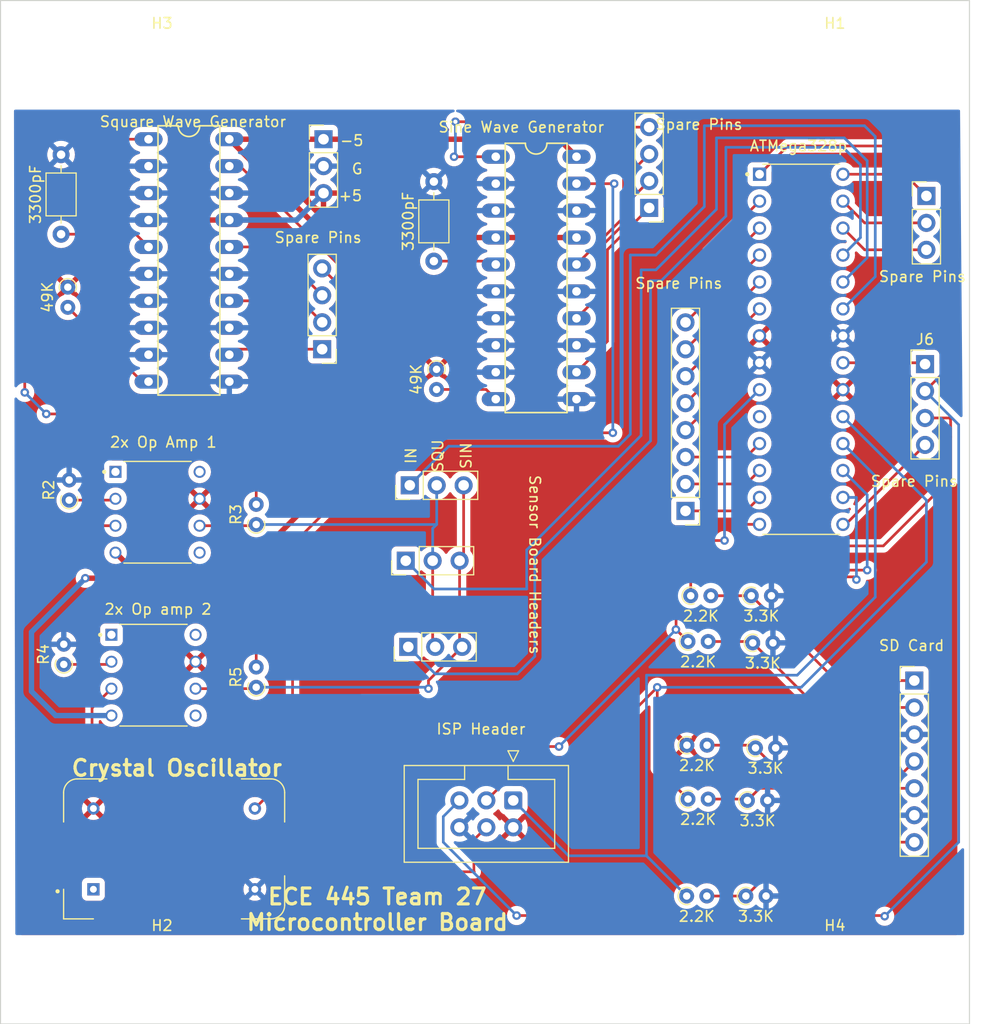
<source format=kicad_pcb>
(kicad_pcb (version 20211014) (generator pcbnew)
  (layers (0 "F.Cu" signal) (31 "B.Cu" signal) (34 "B.Paste" user) (35 "F.Paste" user) (36 "B.SilkS" user "B.Silkscreen") (37 "F.SilkS" user "F.Silkscreen") (38 "B.Mask" user) (39 "F.Mask" user) (44 "Edge.Cuts" user))
  (net 0 "")
  (net 1 "GND")
  (net 2 "Net-(C1-Pad2)")
  (net 3 "Net-(C2-Pad2)")
  (net 4 "Net-(IC1-Pad1)")
  (net 5 "Net-(IC1-Pad10)")
  (net 6 "Net-(IC1-Pad12)")
  (net 7 "Net-(IC1-Pad14)")
  (net 8 "Net-(IC1-Pad16)")
  (net 9 "+5V")
  (net 10 "Net-(IC1-Pad19)")
  (net 11 "-5V")
  (net 12 "Net-(IC2-Pad1)")
  (net 13 "Net-(IC2-Pad10)")
  (net 14 "Net-(IC2-Pad12)")
  (net 15 "Net-(IC2-Pad14)")
  (net 16 "Net-(IC2-Pad16)")
  (net 17 "Net-(IC2-Pad19)")
  (net 18 "Net-(J1-Pad1)")
  (net 19 "Net-(J1-Pad2)")
  (net 20 "Net-(J1-Pad3)")
  (net 21 "Net-(J2-Pad1)")
  (net 22 "Net-(J3-Pad1)")
  (net 23 "Net-(J6-Pad1)")
  (net 24 "Net-(J6-Pad2)")
  (net 25 "Net-(J6-Pad3)")
  (net 26 "Net-(J6-Pad4)")
  (net 27 "Net-(J8-Pad1)")
  (net 28 "Net-(J8-Pad2)")
  (net 29 "Net-(J8-Pad4)")
  (net 30 "Net-(J8-Pad5)")
  (net 31 "Net-(J8-Pad7)")
  (net 32 "Net-(J9-Pad1)")
  (net 33 "Net-(J9-Pad2)")
  (net 34 "Net-(J9-Pad3)")
  (net 35 "Net-(J10-Pad1)")
  (net 36 "Net-(J10-Pad2)")
  (net 37 "Net-(J10-Pad3)")
  (net 38 "Net-(J10-Pad4)")
  (net 39 "Net-(J10-Pad5)")
  (net 40 "Net-(J10-Pad6)")
  (net 41 "Net-(J10-Pad7)")
  (net 42 "Net-(J10-Pad8)")
  (net 43 "Net-(R2-Pad1)")
  (net 44 "Net-(R4-Pad1)")
  (net 45 "Net-(R7-Pad1)")
  (net 46 "Net-(R9-Pad1)")
  (net 47 "Net-(R15-Pad1)")
  (net 48 "Net-(R19-Pad1)")
  (net 54 "Net-(U3-Pad9)")
  (footprint "2.54_mm_headers:PinHeader_1x04_P2.54mm_Vertical" (layer "F.Cu") (at 128.524 44.958 180)
    (fp_text reference "J7" hide)
    (fp_text value "Conn_01x04_Male")
  )
  (footprint "Connector_IDC:IDC-Header_2x03_P2.54mm_Vertical" (layer "F.Cu") (at 115.697 100.838 -90)
    (fp_text reference "J11" hide)
    (fp_text value "AVR-ISP-6")
  )
  (footprint "Resistor_THT:R_Axial_DIN0204_L3.6mm_D1.6mm_P1.90mm_Vertical" (layer "F.Cu") (at 132.085004 95.631)
    (fp_text reference "R13" hide)
    (fp_text value "2.2K")
  )
  (footprint "Resistor_THT:R_Axial_DIN0204_L3.6mm_D1.6mm_P1.90mm_Vertical" (layer "F.Cu") (at 73.279 88.011 90)
    (fp_text reference "R4")
    (fp_text value "1K")
  )
  (footprint "2.54_mm_headers:PinHeader_1x03_P2.54mm_Vertical" (layer "F.Cu") (at 97.79 38.481)
    (fp_text reference "J5" hide)
    (fp_text value "Conn_01x03_Male")
  )
  (footprint "MAX038:DIL20" (layer "F.Cu") (at 117.856 51.562 -90)
    (fp_text reference "IC2" hide)
    (fp_text value "MAX038*")
  )
  (footprint "2.54_mm_headers:PinHeader_1x04_P2.54mm_Vertical" (layer "F.Cu") (at 154.559 59.69)
    (fp_text reference "J6")
    (fp_text value "Conn_01x04_Male")
  )
  (footprint "MountingHole:MountingHole_3.2mm_M3" (layer "F.Cu") (at 82.55 31.75)
    (fp_text reference "H3")
    (fp_text value "MountingHole")
  )
  (footprint "2.54_mm_headers:PinHeader_1x03_P2.54mm_Vertical" (layer "F.Cu") (at 105.933011 71.12 90)
    (fp_text reference "J1" hide)
    (fp_text value "Conn_01x03_Male")
  )
  (footprint "uA741:DIP794W45P254L959H508Q8" (layer "F.Cu") (at 81.746496 89.027)
    (fp_text reference "U2" hide)
    (fp_text value "UA741CP")
  )
  (footprint "2.54_mm_headers:PinHeader_1x03_P2.54mm_Vertical" (layer "F.Cu") (at 154.686 43.830011)
    (fp_text reference "J9" hide)
    (fp_text value "Conn_01x03_Male")
  )
  (footprint "2.54_mm_headers:PinHeader_1x07_P2.54mm_Vertical" (layer "F.Cu") (at 153.543 89.535)
    (fp_text reference "J8" hide)
    (fp_text value "SD Card Connector")
  )
  (footprint "Resistor_THT:R_Axial_DIN0204_L3.6mm_D1.6mm_P1.90mm_Vertical" (layer "F.Cu") (at 137.651998 109.855)
    (fp_text reference "R20" hide)
    (fp_text value "3.3K")
  )
  (footprint "MountingHole:MountingHole_3.2mm_M3" (layer "F.Cu") (at 82.55 116.84)
    (fp_text reference "H2")
    (fp_text value "MountingHole")
  )
  (footprint "Resistor_THT:R_Axial_DIN0204_L3.6mm_D1.6mm_P1.90mm_Vertical" (layer "F.Cu") (at 138.159998 81.534)
    (fp_text reference "R8" hide)
    (fp_text value "3.3K")
  )
  (footprint "Resistor_THT:R_Axial_DIN0204_L3.6mm_D1.6mm_P1.90mm_Vertical" (layer "F.Cu") (at 137.800004 100.838)
    (fp_text reference "R16" hide)
    (fp_text value "3.3K")
  )
  (footprint "ECS-100AX-073:OSC_ECS-100AX-073" (layer "F.Cu") (at 83.693 105.41)
    (fp_text reference "Y1" hide)
    (fp_text value "ECS-100AX-073")
  )
  (footprint "Capacitor_THT:C_Axial_L3.8mm_D2.6mm_P7.50mm_Horizontal" (layer "F.Cu") (at 108.204 42.477995 -90)
    (fp_text reference "C2" hide)
    (fp_text value "3300pF")
  )
  (footprint "MountingHole:MountingHole_3.2mm_M3" (layer "F.Cu") (at 146.05 31.75)
    (fp_text reference "H1")
    (fp_text value "MountingHole")
  )
  (footprint "Resistor_THT:R_Axial_DIN0204_L3.6mm_D1.6mm_P1.90mm_Vertical" (layer "F.Cu") (at 138.303 85.979)
    (fp_text reference "R10" hide)
    (fp_text value "3.3K")
  )
  (footprint "2.54_mm_headers:PinHeader_1x04_P2.54mm_Vertical" (layer "F.Cu") (at 97.663 58.282992 180)
    (fp_text reference "J4" hide)
    (fp_text value "Conn_01x04_Male")
  )
  (footprint "Resistor_THT:R_Axial_DIN0204_L3.6mm_D1.6mm_P1.90mm_Vertical" (layer "F.Cu") (at 91.44 74.819 90)
    (fp_text reference "R3")
    (fp_text value "1K")
  )
  (footprint "Resistor_THT:R_Axial_DIN0204_L3.6mm_D1.6mm_P1.90mm_Vertical" (layer "F.Cu") (at 132.444998 81.534)
    (fp_text reference "R7" hide)
    (fp_text value "2.2K")
  )
  (footprint "uA741:DIP794W45P254L959H508Q8" (layer "F.Cu") (at 82.127496 73.66)
    (fp_text reference "U1" hide)
    (fp_text value "UA741CP")
  )
  (footprint "Resistor_THT:R_Axial_DIN0204_L3.6mm_D1.6mm_P1.90mm_Vertical" (layer "F.Cu") (at 73.787 72.517 90)
    (fp_text reference "R2")
    (fp_text value "1K")
  )
  (footprint "2.54_mm_headers:PinHeader_1x03_P2.54mm_Vertical" (layer "F.Cu") (at 105.552011 78.232 90)
    (fp_text reference "J2" hide)
    (fp_text value "Conn_01x03_Male")
  )
  (footprint "Resistor_THT:R_Axial_DIN0204_L3.6mm_D1.6mm_P1.90mm_Vertical" (layer "F.Cu") (at 91.44 90.165 90)
    (fp_text reference "R5")
    (fp_text value "1K")
  )
  (footprint "2.54_mm_headers:PinHeader_1x03_P2.54mm_Vertical" (layer "F.Cu") (at 105.791 86.36 90)
    (fp_text reference "J3" hide)
    (fp_text value "Conn_01x03_Male")
  )
  (footprint "Resistor_THT:R_Axial_DIN0204_L3.6mm_D1.6mm_P1.90mm_Vertical" (layer "F.Cu") (at 132.190998 100.711)
    (fp_text reference "R15" hide)
    (fp_text value "2.2K")
  )
  (footprint "ATMega328p_THT:DIP787W46P254L3467H508Q28" (layer "F.Cu") (at 142.875 58.293)
    (fp_text reference "U3" hide)
    (fp_text value "ATMEGA328-PU")
  )
  (footprint "Resistor_THT:R_Axial_DIN0204_L3.6mm_D1.6mm_P1.90mm_Vertical" (layer "F.Cu") (at 108.458 60.181998 -90)
    (fp_text reference "R6" hide)
    (fp_text value "49K")
  )
  (footprint "Resistor_THT:R_Axial_DIN0204_L3.6mm_D1.6mm_P1.90mm_Vertical" (layer "F.Cu") (at 138.557 95.885)
    (fp_text reference "R14" hide)
    (fp_text value "3.3K")
  )
  (footprint "Capacitor_THT:C_Axial_L3.8mm_D2.6mm_P7.50mm_Horizontal" (layer "F.Cu") (at 73.025 39.937995 -90)
    (fp_text reference "C1" hide)
    (fp_text value "3300pF")
  )
  (footprint "MountingHole:MountingHole_3.2mm_M3" (layer "F.Cu") (at 146.05 116.84)
    (fp_text reference "H4")
    (fp_text value "MountingHole")
  )
  (footprint "2.54_mm_headers:PinHeader_1x08_P2.54mm_Vertical" (layer "F.Cu") (at 131.953 73.533 180)
    (fp_text reference "J10" hide)
    (fp_text value "Conn_01x08_Male")
  )
  (footprint "Resistor_THT:R_Axial_DIN0204_L3.6mm_D1.6mm_P1.90mm_Vertical" (layer "F.Cu") (at 132.190998 85.852)
    (fp_text reference "R9" hide)
    (fp_text value "2.2K")
  )
  (footprint "MAX038:DIL20" (layer "F.Cu") (at 85.09 49.911 -90)
    (fp_text reference "IC1" hide)
    (fp_text value "MAX038*")
  )
  (footprint "Resistor_THT:R_Axial_DIN0204_L3.6mm_D1.6mm_P1.90mm_Vertical" (layer "F.Cu") (at 132.063998 109.855)
    (fp_text reference "R19" hide)
    (fp_text value "2.2K")
  )
  (footprint "Resistor_THT:R_Axial_DIN0204_L3.6mm_D1.6mm_P1.90mm_Vertical" (layer "F.Cu") (at 73.66 52.434998 -90)
    (fp_text reference "R1" hide)
    (fp_text value "49K")
  )
  (gr_rect (start 67.31 25.4) (end 158.75 121.92) (layer "Edge.Cuts") (width 0.1) (fill none))
  (gr_text "ECE 445 Team 27\nMicrocontroller Board" (at 102.87 111.125) (layer "F.SilkS") (effects (font (size 1.5 1.5) (thickness 0.3))))
  (gr_text "Crystal Oscillator" (at 83.947 97.79) (layer "F.SilkS") (effects (font (size 1.5 1.5) (thickness 0.3))))
  (gr_text "2x Op Amp 1\n" (at 82.677 67.056) (layer "F.SilkS") (effects (font (size 1 1))))
  (gr_text "Sensor Board Headers" (at 117.729 78.613 270) (layer "F.SilkS") (effects (font (size 1 1))))
  (gr_text "2x Op amp 2\n" (at 82.169 82.804) (layer "F.SilkS") (effects (font (size 1 1))))
  (gr_text "SD Card " (at 153.67 86.233) (layer "F.SilkS") (effects (font (size 1 1))))
  (gr_text "Spare Pins" (at 97.282 47.752) (layer "F.SilkS") (effects (font (size 1 1))))
  (gr_text "Spare Pins" (at 154.305 51.435) (layer "F.SilkS") (effects (font (size 1 1))))
  (gr_text "Spare Pins" (at 133.223 37.084) (layer "F.SilkS") (effects (font (size 1 1))))
  (gr_text "Sine Wave Generator" (at 116.459 37.338) (layer "F.SilkS") (effects (font (size 1 1))))
  (gr_text "Spare Pins" (at 131.318 52.07) (layer "F.SilkS") (effects (font (size 1 1))))
  (gr_text "ISP Header" (at 112.649 94.107) (layer "F.SilkS") (effects (font (size 1 1))))
  (gr_text "Square Wave Generator\n" (at 85.471 36.83) (layer "F.SilkS") (effects (font (size 1 1))))
  (gr_text "ATMega328p" (at 142.621 39.116) (layer "F.SilkS") (effects (font (size 1 1))))
  (gr_text "Spare Pins" (at 153.543 70.739) (layer "F.SilkS") (effects (font (size 1 1))))
  (segment (start 80.077 47.438) (end 81.28 48.641) (width 0.254) (layer "F.Cu") (net 2))
  (segment (start 73.025 47.438) (end 80.077 47.438) (width 0.254) (layer "F.Cu") (net 2))
  (segment (start 108.204 49.978) (end 113.732 49.978) (width 0.254) (layer "F.Cu") (net 3))
  (segment (start 113.732 49.978) (end 114.046 50.292) (width 0.254) (layer "F.Cu") (net 3))
  (segment (start 97.536 64.389) (end 71.628 64.389) (width 0.254) (layer "F.Cu") (net 4))
  (segment (start 69.596 38.481) (end 81.28 38.481) (width 0.254) (layer "F.Cu") (net 4))
  (segment (start 97.663 50.663) (end 100.457 53.457) (width 0.254) (layer "F.Cu") (net 4))
  (segment (start 100.457 53.457) (end 100.457 61.468) (width 0.254) (layer "F.Cu") (net 4))
  (segment (start 100.457 61.468) (end 97.536 64.389) (width 0.254) (layer "F.Cu") (net 4))
  (segment (start 69.596 62.357) (end 69.596 38.481) (width 0.254) (layer "F.Cu") (net 4))
  (via (at 71.628 64.389) (size 0.8) (drill 0.4) (layers "F.Cu" "B.Cu") (net 4))
  (via (at 69.596 62.357) (size 0.8) (drill 0.4) (layers "F.Cu" "B.Cu") (net 4))
  (segment (start 69.596 62.357) (end 71.628 64.389) (width 0.254) (layer "B.Cu") (net 4))
  (segment (start 73.66 54.335) (end 80.666 61.341) (width 0.254) (layer "F.Cu") (net 5))
  (segment (start 80.666 61.341) (end 81.28 61.341) (width 0.254) (layer "F.Cu") (net 5))
  (segment (start 97.663 58.283) (end 89.418 58.283) (width 0.254) (layer "F.Cu") (net 6))
  (segment (start 89.418 58.283) (end 88.9 58.801) (width 0.254) (layer "F.Cu") (net 6))
  (segment (start 88.9 53.721) (end 95.641 53.721) (width 0.254) (layer "F.Cu") (net 7))
  (segment (start 95.641 53.721) (end 97.663 55.743) (width 0.254) (layer "F.Cu") (net 7))
  (segment (start 88.9 48.641) (end 93.101 48.641) (width 0.254) (layer "F.Cu") (net 8))
  (segment (start 93.101 48.641) (end 97.663 53.203) (width 0.254) (layer "F.Cu") (net 8))
  (segment (start 88.9 46.101) (end 89.027 46.228) (width 0.25) (layer "F.Cu") (net 9))
  (segment (start 97.79 43.561) (end 95.25 46.101) (width 0.508) (layer "B.Cu") (net 9))
  (segment (start 95.25 46.101) (end 88.9 46.101) (width 0.508) (layer "B.Cu") (net 9))
  (segment (start 74.93 66.675) (end 96.774 66.675) (width 0.254) (layer "F.Cu") (net 10))
  (segment (start 78.1575 74.93) (end 72.644 74.93) (width 0.254) (layer "F.Cu") (net 10))
  (segment (start 72.644 74.93) (end 70.358 72.644) (width 0.254) (layer "F.Cu") (net 10))
  (segment (start 70.358 72.644) (end 70.358 71.247) (width 0.254) (layer "F.Cu") (net 10))
  (segment (start 101.6 52.705) (end 89.916 41.021) (width 0.254) (layer "F.Cu") (net 10))
  (segment (start 70.358 71.247) (end 74.93 66.675) (width 0.254) (layer "F.Cu") (net 10))
  (segment (start 101.6 61.849) (end 101.6 52.705) (width 0.254) (layer "F.Cu") (net 10))
  (segment (start 89.916 41.021) (end 88.9 41.021) (width 0.254) (layer "F.Cu") (net 10))
  (segment (start 96.774 66.675) (end 101.6 61.849) (width 0.254) (layer "F.Cu") (net 10))
  (segment (start 79.935502 79.248) (end 90.043 79.248) (width 0.508) (layer "F.Cu") (net 11))
  (segment (start 79.935502 79.248) (end 78.157502 77.47) (width 0.508) (layer "F.Cu") (net 11))
  (segment (start 88.9 38.481) (end 97.79 38.481) (width 0.508) (layer "F.Cu") (net 11))
  (segment (start 97.79 38.481) (end 120.015 38.481) (width 0.508) (layer "F.Cu") (net 11))
  (segment (start 79.300502 79.883) (end 79.935502 79.248) (width 0.508) (layer "F.Cu") (net 11))
  (segment (start 120.015 38.481) (end 121.666 40.132) (width 0.508) (layer "F.Cu") (net 11))
  (segment (start 102.616 52.197) (end 88.9 38.481) (width 0.508) (layer "F.Cu") (net 11))
  (segment (start 90.043 79.248) (end 102.616 66.675) (width 0.508) (layer "F.Cu") (net 11))
  (segment (start 75.311 79.883) (end 79.300502 79.883) (width 0.508) (layer "F.Cu") (net 11))
  (segment (start 102.616 66.675) (end 102.616 52.197) (width 0.508) (layer "F.Cu") (net 11))
  (via (at 75.311 79.883) (size 0.8) (drill 0.4) (layers "F.Cu" "B.Cu") (net 11))
  (segment (start 77.776502 92.837) (end 72.517 92.837) (width 0.508) (layer "B.Cu") (net 11))
  (segment (start 70.231 84.963) (end 75.311 79.883) (width 0.508) (layer "B.Cu") (net 11))
  (segment (start 72.517 92.837) (end 70.231 90.551) (width 0.508) (layer "B.Cu") (net 11))
  (segment (start 70.231 90.551) (end 70.231 84.963) (width 0.508) (layer "B.Cu") (net 11))
  (segment (start 124.343 37.338) (end 128.524 37.338) (width 0.254) (layer "F.Cu") (net 12))
  (segment (start 110.109 40.132) (end 114.046 40.132) (width 0.254) (layer "F.Cu") (net 12))
  (segment (start 123.835 36.83) (end 110.236 36.83) (width 0.254) (layer "F.Cu") (net 12))
  (segment (start 123.835 36.83) (end 124.343 37.338) (width 0.254) (layer "F.Cu") (net 12))
  (via (at 110.109 40.132) (size 0.8) (drill 0.4) (layers "F.Cu" "B.Cu") (net 12))
  (via (at 110.236 36.83) (size 0.8) (drill 0.4) (layers "F.Cu" "B.Cu") (net 12))
  (segment (start 110.236 36.83) (end 110.236 40.005) (width 0.254) (layer "B.Cu") (net 12))
  (segment (start 110.236 40.005) (end 110.109 40.132) (width 0.254) (layer "B.Cu") (net 12))
  (segment (start 108.458 62.082) (end 113.136 62.082) (width 0.254) (layer "F.Cu") (net 13))
  (segment (start 113.136 62.082) (end 114.046 62.992) (width 0.254) (layer "F.Cu") (net 13))
  (segment (start 124.587 48.895) (end 128.524 44.958) (width 0.254) (layer "F.Cu") (net 14))
  (segment (start 124.587 57.531) (end 124.587 48.895) (width 0.254) (layer "F.Cu") (net 14))
  (segment (start 121.666 60.452) (end 124.587 57.531) (width 0.254) (layer "F.Cu") (net 14))
  (segment (start 123.952 53.086) (end 123.952 48.647374) (width 0.254) (layer "F.Cu") (net 15))
  (segment (start 121.666 55.372) (end 123.952 53.086) (width 0.254) (layer "F.Cu") (net 15))
  (segment (start 126.56452 44.37748) (end 128.524 42.418) (width 0.254) (layer "F.Cu") (net 15))
  (segment (start 126.56452 46.034854) (end 126.56452 44.37748) (width 0.254) (layer "F.Cu") (net 15))
  (segment (start 123.952 48.647374) (end 126.56452 46.034854) (width 0.254) (layer "F.Cu") (net 15))
  (segment (start 121.666 50.292) (end 126.111 45.847) (width 0.254) (layer "F.Cu") (net 16))
  (segment (start 121.666 50.292) (end 122.799 50.292) (width 0.254) (layer "F.Cu") (net 16))
  (segment (start 126.111 42.291) (end 128.524 39.878) (width 0.254) (layer "F.Cu") (net 16))
  (segment (start 126.111 45.847) (end 126.111 42.291) (width 0.254) (layer "F.Cu") (net 16))
  (segment (start 75.946 92.1275) (end 77.7765 90.297) (width 0.254) (layer "F.Cu") (net 17))
  (segment (start 94.869 76.708) (end 94.869 97.028) (width 0.254) (layer "F.Cu") (net 17))
  (segment (start 121.666 42.672) (end 125.222 42.672) (width 0.254) (layer "F.Cu") (net 17))
  (segment (start 105.41 66.167) (end 94.869 76.708) (width 0.254) (layer "F.Cu") (net 17))
  (segment (start 125.095 66.167) (end 105.41 66.167) (width 0.254) (layer "F.Cu") (net 17))
  (segment (start 75.946 95.631) (end 75.946 92.1275) (width 0.254) (layer "F.Cu") (net 17))
  (segment (start 94.869 97.028) (end 77.343 97.028) (width 0.254) (layer "F.Cu") (net 17))
  (segment (start 77.343 97.028) (end 75.946 95.631) (width 0.254) (layer "F.Cu") (net 17))
  (via (at 125.222 42.672) (size 0.8) (drill 0.4) (layers "F.Cu" "B.Cu") (net 17))
  (via (at 125.095 66.167) (size 0.8) (drill 0.4) (layers "F.Cu" "B.Cu") (net 17))
  (segment (start 125.095 42.799) (end 125.095 66.167) (width 0.254) (layer "B.Cu") (net 17))
  (segment (start 125.222 42.672) (end 125.095 42.799) (width 0.254) (layer "B.Cu") (net 17))
  (segment (start 149.86 38.227) (end 149.86 51.435) (width 0.254) (layer "B.Cu") (net 18))
  (segment (start 149.86 51.435) (end 146.812 54.483) (width 0.254) (layer "B.Cu") (net 18))
  (segment (start 109.601 67.437) (end 125.603 67.437) (width 0.254) (layer "B.Cu") (net 18))
  (segment (start 148.844 37.211) (end 149.86 38.227) (width 0.254) (layer "B.Cu") (net 18))
  (segment (start 126.746 49.403) (end 129.159 49.403) (width 0.254) (layer "B.Cu") (net 18))
  (segment (start 126.746 66.294) (end 126.746 49.403) (width 0.254) (layer "B.Cu") (net 18))
  (segment (start 133.731 44.831) (end 133.731 37.211) (width 0.254) (layer "B.Cu") (net 18))
  (segment (start 133.731 37.211) (end 148.844 37.211) (width 0.254) (layer "B.Cu") (net 18))
  (segment (start 105.933 71.12) (end 107.109511 69.943489) (width 0.254) (layer "B.Cu") (net 18))
  (segment (start 107.109511 69.943489) (end 107.109511 69.928489) (width 0.254) (layer "B.Cu") (net 18))
  (segment (start 107.109511 69.928489) (end 109.601 67.437) (width 0.254) (layer "B.Cu") (net 18))
  (segment (start 129.159 49.403) (end 133.731 44.831) (width 0.254) (layer "B.Cu") (net 18))
  (segment (start 125.603 67.437) (end 126.746 66.294) (width 0.254) (layer "B.Cu") (net 18))
  (segment (start 108.092 78.232) (end 108.092 86.121) (width 0.254) (layer "F.Cu") (net 19))
  (segment (start 91.329 74.93) (end 91.44 74.819) (width 0.254) (layer "F.Cu") (net 19))
  (segment (start 108.092 86.121) (end 108.331 86.36) (width 0.254) (layer "F.Cu") (net 19))
  (segment (start 86.0975 74.93) (end 91.329 74.93) (width 0.254) (layer "F.Cu") (net 19))
  (segment (start 108.473 74.803) (end 108.092 75.184) (width 0.254) (layer "B.Cu") (net 19))
  (segment (start 108.092 75.184) (end 108.092 78.232) (width 0.254) (layer "B.Cu") (net 19))
  (segment (start 108.473 74.803) (end 108.473 71.12) (width 0.254) (layer "B.Cu") (net 19))
  (segment (start 91.44 74.819) (end 108.458 74.819) (width 0.254) (layer "B.Cu") (net 19))
  (segment (start 108.092 86.121) (end 108.331 86.36) (width 0.254) (layer "B.Cu") (net 19))
  (segment (start 85.7165 90.297) (end 91.308 90.297) (width 0.254) (layer "F.Cu") (net 20))
  (segment (start 107.696 90.297) (end 107.696 89.535) (width 0.254) (layer "F.Cu") (net 20))
  (segment (start 107.696 89.535) (end 110.871 86.36) (width 0.254) (layer "F.Cu") (net 20))
  (segment (start 110.632 78.232) (end 110.632 86.121) (width 0.254) (layer "F.Cu") (net 20))
  (segment (start 111.013 77.851) (end 110.632 78.232) (width 0.254) (layer "F.Cu") (net 20))
  (segment (start 110.632 86.121) (end 110.871 86.36) (width 0.254) (layer "F.Cu") (net 20))
  (segment (start 91.308 90.297) (end 91.44 90.165) (width 0.254) (layer "F.Cu") (net 20))
  (segment (start 111.013 71.12) (end 111.013 77.851) (width 0.254) (layer "F.Cu") (net 20))
  (via (at 107.696 90.297) (size 0.8) (drill 0.4) (layers "F.Cu" "B.Cu") (net 20))
  (segment (start 91.44 90.165) (end 107.564 90.165) (width 0.254) (layer "B.Cu") (net 20))
  (segment (start 91.308 90.297) (end 91.44 90.165) (width 0.254) (layer "B.Cu") (net 20))
  (segment (start 107.564 90.165) (end 107.696 90.297) (width 0.254) (layer "B.Cu") (net 20))
  (segment (start 110.632 86.121) (end 110.871 86.36) (width 0.254) (layer "B.Cu") (net 20))
  (segment (start 116.967 80.899) (end 116.967 77.216) (width 0.254) (layer "B.Cu") (net 21))
  (segment (start 105.552 78.232) (end 108.219 80.899) (width 0.254) (layer "B.Cu") (net 21))
  (segment (start 134.874 45.085) (end 134.874 38.354) (width 0.254) (layer "B.Cu") (net 21))
  (segment (start 149.098 49.657) (end 146.812 51.943) (width 0.254) (layer "B.Cu") (net 21))
  (segment (start 134.874 38.354) (end 146.939 38.354) (width 0.254) (layer "B.Cu") (net 21))
  (segment (start 127.762 50.8) (end 129.159 50.8) (width 0.254) (layer "B.Cu") (net 21))
  (segment (start 146.939 38.354) (end 149.098 40.513) (width 0.254) (layer "B.Cu") (net 21))
  (segment (start 129.159 50.8) (end 134.874 45.085) (width 0.254) (layer "B.Cu") (net 21))
  (segment (start 108.219 80.899) (end 116.967 80.899) (width 0.254) (layer "B.Cu") (net 21))
  (segment (start 127.762 66.421) (end 127.762 50.8) (width 0.254) (layer "B.Cu") (net 21))
  (segment (start 116.967 77.216) (end 127.762 66.421) (width 0.254) (layer "B.Cu") (net 21))
  (segment (start 149.098 40.513) (end 149.098 49.657) (width 0.254) (layer "B.Cu") (net 21))
  (segment (start 148.463 40.894) (end 148.463 47.752) (width 0.254) (layer "B.Cu") (net 22))
  (segment (start 116.078 88.9) (end 117.729 87.249) (width 0.254) (layer "B.Cu") (net 22))
  (segment (start 128.651 66.929) (end 128.651 51.816) (width 0.254) (layer "B.Cu") (net 22))
  (segment (start 148.463 47.752) (end 146.812 49.403) (width 0.254) (layer "B.Cu") (net 22))
  (segment (start 105.791 86.36) (end 108.331 88.9) (width 0.254) (layer "B.Cu") (net 22))
  (segment (start 117.729 87.249) (end 117.729 77.851) (width 0.254) (layer "B.Cu") (net 22))
  (segment (start 108.331 88.9) (end 116.078 88.9) (width 0.254) (layer "B.Cu") (net 22))
  (segment (start 146.812 39.243) (end 148.463 40.894) (width 0.254) (layer "B.Cu") (net 22))
  (segment (start 128.651 51.816) (end 129.673374 51.816) (width 0.254) (layer "B.Cu") (net 22))
  (segment (start 129.673374 51.816) (end 135.763 45.726374) (width 0.254) (layer "B.Cu") (net 22))
  (segment (start 135.763 45.726374) (end 135.763 39.243) (width 0.254) (layer "B.Cu") (net 22))
  (segment (start 135.763 39.243) (end 146.812 39.243) (width 0.254) (layer "B.Cu") (net 22))
  (segment (start 117.729 77.851) (end 128.651 66.929) (width 0.254) (layer "B.Cu") (net 22))
  (segment (start 154.432 59.563) (end 154.559 59.69) (width 0.254) (layer "F.Cu") (net 23))
  (segment (start 146.812 59.563) (end 154.432 59.563) (width 0.254) (layer "F.Cu") (net 23))
  (segment (start 141.605 39.116) (end 138.938 41.783) (width 0.254) (layer "F.Cu") (net 24))
  (segment (start 150.6855 111.6965) (end 150.749 111.76) (width 0.25) (layer "F.Cu") (net 24))
  (segment (start 116.0145 111.6965) (end 150.6855 111.6965) (width 0.25) (layer "F.Cu") (net 24))
  (segment (start 154.559 62.23) (end 156.845 59.944) (width 0.254) (layer "F.Cu") (net 24))
  (segment (start 156.845 59.944) (end 156.845 41.656) (width 0.254) (layer "F.Cu") (net 24))
  (segment (start 154.305 39.116) (end 141.605 39.116) (width 0.254) (layer "F.Cu") (net 24))
  (segment (start 156.845 41.656) (end 154.305 39.116) (width 0.254) (layer "F.Cu") (net 24))
  (via (at 150.749 111.76) (size 0.8) (drill 0.4) (layers "F.Cu" "B.Cu") (net 24))
  (via (at 116.0145 111.6965) (size 0.8) (drill 0.4) (layers "F.Cu" "B.Cu") (net 24))
  (segment (start 150.749 111.76) (end 157.734 104.775) (width 0.25) (layer "B.Cu") (net 24))
  (segment (start 157.734 65.405) (end 154.559 62.23) (width 0.25) (layer "B.Cu") (net 24))
  (segment (start 109.093 102.362) (end 109.093 104.775) (width 0.25) (layer "B.Cu") (net 24))
  (segment (start 109.093 104.775) (end 116.0145 111.6965) (width 0.25) (layer "B.Cu") (net 24))
  (segment (start 116.0145 111.6965) (end 116.078 111.76) (width 0.25) (layer "B.Cu") (net 24))
  (segment (start 157.734 104.775) (end 157.734 65.405) (width 0.25) (layer "B.Cu") (net 24))
  (segment (start 110.617 100.838) (end 109.093 102.362) (width 0.25) (layer "B.Cu") (net 24))
  (segment (start 150.622 76.835) (end 137.795 76.835) (width 0.254) (layer "F.Cu") (net 25))
  (segment (start 137.541 74.803) (end 138.938 74.803) (width 0.254) (layer "F.Cu") (net 25))
  (segment (start 154.559 64.77) (end 156.845 64.77) (width 0.254) (layer "F.Cu") (net 25))
  (segment (start 137.795 76.835) (end 137.033 76.073) (width 0.254) (layer "F.Cu") (net 25))
  (segment (start 156.972 66.548) (end 156.972 70.485) (width 0.254) (layer "F.Cu") (net 25))
  (segment (start 137.033 76.073) (end 137.033 75.311) (width 0.254) (layer "F.Cu") (net 25))
  (segment (start 156.972 70.485) (end 150.622 76.835) (width 0.254) (layer "F.Cu") (net 25))
  (segment (start 156.972 64.897) (end 156.972 66.560839) (width 0.254) (layer "F.Cu") (net 25))
  (segment (start 137.033 75.311) (end 137.541 74.803) (width 0.254) (layer "F.Cu") (net 25))
  (segment (start 156.845 64.77) (end 156.972 64.897) (width 0.254) (layer "F.Cu") (net 25))
  (segment (start 147.066 74.803) (end 146.812 74.803) (width 0.254) (layer "F.Cu") (net 26))
  (segment (start 154.559 67.31) (end 147.066 74.803) (width 0.254) (layer "F.Cu") (net 26))
  (segment (start 146.161 89.535) (end 153.543 89.535) (width 0.254) (layer "F.Cu") (net 27))
  (segment (start 138.16 81.534) (end 146.161 89.535) (width 0.254) (layer "F.Cu") (net 27))
  (segment (start 134.345 81.534) (end 138.16 81.534) (width 0.254) (layer "F.Cu") (net 27))
  (segment (start 144.399 92.075) (end 153.543 92.075) (width 0.254) (layer "F.Cu") (net 28))
  (segment (start 134.091 85.852) (end 138.176 85.852) (width 0.254) (layer "F.Cu") (net 28))
  (segment (start 138.303 85.979) (end 144.399 92.075) (width 0.254) (layer "F.Cu") (net 28))
  (segment (start 138.176 85.852) (end 138.303 85.979) (width 0.254) (layer "F.Cu") (net 28))
  (segment (start 138.303 95.631) (end 138.557 95.885) (width 0.254) (layer "F.Cu") (net 29))
  (segment (start 138.557 95.885) (end 141.190489 98.518489) (width 0.254) (layer "F.Cu") (net 29))
  (segment (start 133.985 95.631) (end 138.303 95.631) (width 0.254) (layer "F.Cu") (net 29))
  (segment (start 152.179511 98.518489) (end 153.543 97.155) (width 0.254) (layer "F.Cu") (net 29))
  (segment (start 141.190489 98.518489) (end 152.179511 98.518489) (width 0.254) (layer "F.Cu") (net 29))
  (segment (start 134.091 100.711) (end 137.673 100.711) (width 0.254) (layer "F.Cu") (net 30))
  (segment (start 137.673 100.711) (end 137.8 100.838) (width 0.254) (layer "F.Cu") (net 30))
  (segment (start 138.943 99.695) (end 153.543 99.695) (width 0.254) (layer "F.Cu") (net 30))
  (segment (start 137.8 100.838) (end 138.943 99.695) (width 0.254) (layer "F.Cu") (net 30))
  (segment (start 133.964 109.855) (end 137.652 109.855) (width 0.254) (layer "F.Cu") (net 31))
  (segment (start 137.652 109.855) (end 142.732 104.775) (width 0.254) (layer "F.Cu") (net 31))
  (segment (start 142.732 104.775) (end 153.543 104.775) (width 0.254) (layer "F.Cu") (net 31))
  (segment (start 146.812 41.783) (end 152.639 41.783) (width 0.254) (layer "F.Cu") (net 32))
  (segment (start 152.639 41.783) (end 154.686 43.83) (width 0.254) (layer "F.Cu") (net 32))
  (segment (start 146.812 44.323) (end 148.859 46.37) (width 0.254) (layer "F.Cu") (net 33))
  (segment (start 148.859 46.37) (end 154.686 46.37) (width 0.254) (layer "F.Cu") (net 33))
  (segment (start 148.859 48.91) (end 154.686 48.91) (width 0.254) (layer "F.Cu") (net 34))
  (segment (start 146.812 46.863) (end 148.859 48.91) (width 0.254) (layer "F.Cu") (net 34))
  (segment (start 131.953 73.533) (end 137.668 73.533) (width 0.254) (layer "F.Cu") (net 35))
  (segment (start 137.668 73.533) (end 138.938 72.263) (width 0.254) (layer "F.Cu") (net 35))
  (segment (start 137.668 70.993) (end 138.938 69.723) (width 0.254) (layer "F.Cu") (net 36))
  (segment (start 131.953 70.993) (end 137.668 70.993) (width 0.254) (layer "F.Cu") (net 36))
  (segment (start 131.953 68.453) (end 137.668 68.453) (width 0.254) (layer "F.Cu") (net 37))
  (segment (start 137.668 68.453) (end 138.938 67.183) (width 0.254) (layer "F.Cu") (net 37))
  (segment (start 131.953 65.913) (end 137.16 60.706) (width 0.254) (layer "F.Cu") (net 38))
  (segment (start 137.16 56.261) (end 138.938 54.483) (width 0.254) (layer "F.Cu") (net 38))
  (segment (start 137.16 60.706) (end 137.16 56.261) (width 0.254) (layer "F.Cu") (net 38))
  (segment (start 136.652 58.674) (end 136.652 54.229) (width 0.254) (layer "F.Cu") (net 39))
  (segment (start 131.953 63.373) (end 136.652 58.674) (width 0.254) (layer "F.Cu") (net 39))
  (segment (start 136.652 54.229) (end 138.938 51.943) (width 0.254) (layer "F.Cu") (net 39))
  (segment (start 131.953 60.833) (end 135.87196 56.91404) (width 0.254) (layer "F.Cu") (net 40))
  (segment (start 135.87196 52.46904) (end 138.938 49.403) (width 0.254) (layer "F.Cu") (net 40))
  (segment (start 135.87196 56.91404) (end 135.87196 52.46904) (width 0.254) (layer "F.Cu") (net 40))
  (segment (start 131.953 58.293) (end 134.874 55.372) (width 0.254) (layer "F.Cu") (net 41))
  (segment (start 134.874 55.372) (end 134.874 50.927) (width 0.254) (layer "F.Cu") (net 41))
  (segment (start 134.874 50.927) (end 138.938 46.863) (width 0.254) (layer "F.Cu") (net 41))
  (segment (start 134.112 49.149) (end 138.938 44.323) (width 0.254) (layer "F.Cu") (net 42))
  (segment (start 134.112 53.594) (end 134.112 49.149) (width 0.254) (layer "F.Cu") (net 42))
  (segment (start 131.953 55.753) (end 134.112 53.594) (width 0.254) (layer "F.Cu") (net 42))
  (segment (start 91.44 72.919) (end 91.44 71.628) (width 0.254) (layer "F.Cu") (net 43))
  (segment (start 91.44 71.628) (end 87.249 67.437) (width 0.254) (layer "F.Cu") (net 43))
  (segment (start 77.978 67.437) (end 75.946 69.469) (width 0.254) (layer "F.Cu") (net 43))
  (segment (start 78.0305 72.517) (end 78.1575 72.39) (width 0.254) (layer "F.Cu") (net 43))
  (segment (start 75.946 69.469) (end 75.946 72.517) (width 0.254) (layer "F.Cu") (net 43))
  (segment (start 73.787 72.517) (end 78.0305 72.517) (width 0.254) (layer "F.Cu") (net 43))
  (segment (start 87.249 67.437) (end 77.978 67.437) (width 0.254) (layer "F.Cu") (net 43))
  (segment (start 91.44 88.265) (end 91.44 86.487) (width 0.254) (layer "F.Cu") (net 44))
  (segment (start 75.565 88.011) (end 77.5225 88.011) (width 0.254) (layer "F.Cu") (net 44))
  (segment (start 91.44 86.487) (end 86.36 81.407) (width 0.254) (layer "F.Cu") (net 44))
  (segment (start 86.36 81.407) (end 77.597 81.407) (width 0.254) (layer "F.Cu") (net 44))
  (segment (start 77.5225 88.011) (end 77.7765 87.757) (width 0.254) (layer "F.Cu") (net 44))
  (segment (start 73.279 88.011) (end 75.565 88.011) (width 0.254) (layer "F.Cu") (net 44))
  (segment (start 77.597 81.407) (end 75.565 83.439) (width 0.254) (layer "F.Cu") (net 44))
  (segment (start 75.565 83.439) (end 75.565 88.011) (width 0.254) (layer "F.Cu") (net 44))
  (segment (start 147.828 79.756) (end 148.082 80.01) (width 0.254) (layer "F.Cu") (net 45))
  (segment (start 132.445 81.534) (end 132.445 79.899) (width 0.254) (layer "F.Cu") (net 45))
  (segment (start 132.445 79.899) (end 132.588 79.756) (width 0.254) (layer "F.Cu") (net 45))
  (segment (start 132.588 79.756) (end 147.828 79.756) (width 0.254) (layer "F.Cu") (net 45))
  (via (at 148.082 80.01) (size 0.8) (drill 0.4) (layers "F.Cu" "B.Cu") (net 45))
  (segment (start 148.082 80.01) (end 148.082 72.263) (width 0.254) (layer "B.Cu") (net 45))
  (segment (start 148.082 72.263) (end 146.812 72.263) (width 0.254) (layer "B.Cu") (net 45))
  (segment (start 131.064 84.725) (end 132.191 85.852) (width 0.254) (layer "F.Cu") (net 46))
  (segment (start 131.048 84.725) (end 131.064 84.725) (width 0.25) (layer "F.Cu") (net 46))
  (segment (start 131.064 84.725) (end 131.064 79.121) (width 0.254) (layer "F.Cu") (net 46))
  (segment (start 105.664 95.758) (end 120.015 95.758) (width 0.25) (layer "F.Cu") (net 46))
  (segment (start 112.014 107.569) (end 105.283 107.569) (width 0.25) (layer "F.Cu") (net 46))
  (segment (start 102.362 99.06) (end 105.664 95.758) (width 0.25) (layer "F.Cu") (net 46))
  (segment (start 105.283 107.569) (end 102.362 104.648) (width 0.25) (layer "F.Cu") (net 46))
  (segment (start 113.157 103.378) (end 111.982489 104.552511) (width 0.25) (layer "F.Cu") (net 46))
  (segment (start 111.982489 104.552511) (end 111.982489 107.537489) (width 0.25) (layer "F.Cu") (net 46))
  (segment (start 102.362 104.648) (end 102.362 99.06) (width 0.25) (layer "F.Cu") (net 46))
  (segment (start 131.064 79.121) (end 149.098 79.121) (width 0.254) (layer "F.Cu") (net 46))
  (segment (start 111.982489 107.537489) (end 112.014 107.569) (width 0.25) (layer "F.Cu") (net 46))
  (via (at 131.048 84.725) (size 0.8) (drill 0.4) (layers "F.Cu" "B.Cu") (net 46))
  (via (at 149.098 79.121) (size 0.8) (drill 0.4) (layers "F.Cu" "B.Cu") (net 46))
  (via (at 120.015 95.758) (size 0.8) (drill 0.4) (layers "F.Cu" "B.Cu") (net 46))
  (segment (start 120.015 95.758) (end 131.048 84.725) (width 0.25) (layer "B.Cu") (net 46))
  (segment (start 149.098 72.009) (end 146.812 69.723) (width 0.254) (layer "B.Cu") (net 46))
  (segment (start 149.098 79.121) (end 149.098 72.009) (width 0.254) (layer "B.Cu") (net 46))
  (segment (start 129.286 97.806) (end 129.286 90.17) (width 0.254) (layer "F.Cu") (net 47))
  (segment (start 117.221 96.774) (end 113.157 100.838) (width 0.254) (layer "F.Cu") (net 47))
  (segment (start 122.682 96.774) (end 117.221 96.774) (width 0.254) (layer "F.Cu") (net 47))
  (segment (start 132.191 100.711) (end 129.286 97.806) (width 0.254) (layer "F.Cu") (net 47))
  (segment (start 129.286 90.17) (end 122.682 96.774) (width 0.254) (layer "F.Cu") (net 47))
  (via (at 129.286 90.17) (size 0.8) (drill 0.4) (layers "F.Cu" "B.Cu") (net 47))
  (segment (start 142.875 90.17) (end 154.686 78.359) (width 0.254) (layer "B.Cu") (net 47))
  (segment (start 129.286 90.17) (end 142.875 90.17) (width 0.254) (layer "B.Cu") (net 47))
  (segment (start 154.686 72.517) (end 146.812 64.643) (width 0.254) (layer "B.Cu") (net 47))
  (segment (start 154.686 78.359) (end 154.686 72.517) (width 0.254) (layer "B.Cu") (net 47))
  (segment (start 115.697 100.838) (end 120.92 106.061) (width 0.25) (layer "B.Cu") (net 48))
  (segment (start 149.86 70.231) (end 149.86 81.661) (width 0.254) (layer "B.Cu") (net 48))
  (segment (start 120.92 106.061) (end 128.27 106.061) (width 0.25) (layer "B.Cu") (net 48))
  (segment (start 146.812 67.183) (end 149.86 70.231) (width 0.254) (layer "B.Cu") (net 48))
  (segment (start 142.494 89.027) (end 128.27 89.027) (width 0.254) (layer "B.Cu") (net 48))
  (segment (start 128.27 89.027) (end 128.27 106.061) (width 0.254) (layer "B.Cu") (net 48))
  (segment (start 149.86 81.661) (end 142.494 89.027) (width 0.254) (layer "B.Cu") (net 48))
  (segment (start 128.27 106.061) (end 132.064 109.855) (width 0.254) (layer "B.Cu") (net 48))
  (segment (start 116.332 91.44) (end 101.473 91.44) (width 0.254) (layer "F.Cu") (net 54))
  (segment (start 101.473 91.44) (end 91.313 101.6) (width 0.254) (layer "F.Cu") (net 54))
  (segment (start 131.445 76.327) (end 135.636 76.327) (width 0.254) (layer "F.Cu") (net 54))
  (segment (start 116.332 91.44) (end 131.445 76.327) (width 0.254) (layer "F.Cu") (net 54))
  (via (at 135.636 76.327) (size 0.8) (drill 0.4) (layers "F.Cu" "B.Cu") (net 54))
  (segment (start 135.636 76.327) (end 135.636 65.405) (width 0.254) (layer "B.Cu") (net 54))
  (segment (start 135.636 65.405) (end 138.938 62.103) (width 0.254) (layer "B.Cu") (net 54))
  (zone (net 9) (net_name "+5V") (layer "F.Cu") (connect_pads (clearance 0.508)) (min_thickness 0.254) (fill yes (thermal_gap 0.508) (thermal_bridge_width 0.508))
    (polygon (pts (xy 157.607 113.538) (xy 69.215 113.538) (xy 68.707 34.417) (xy 68.707 35.941) (xy 157.607 35.941)))
  )
  (zone (net 1) (net_name "GND") (layer "B.Cu") (connect_pads (clearance 0.508)) (min_thickness 0.254) (fill yes (thermal_gap 0.508) (thermal_bridge_width 0.508))
    (polygon (pts (xy 158.496 113.538) (xy 68.707 113.538) (xy 68.58 35.687) (xy 157.861 35.687)))
  )
)
</source>
